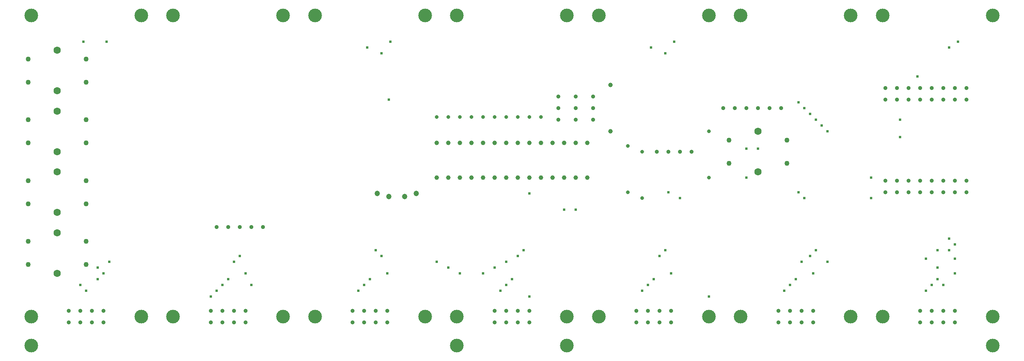
<source format=gbr>
G04 DesignSpark PCB Gerber Version 11.0 Build 5877*
G04 #@! TF.Part,Single*
G04 #@! TF.FilePolarity,Positive*
%FSLAX35Y35*%
%MOIN*%
G04 #@! TA.AperFunction,ViaDrill*
%ADD86C,0.02400*%
G04 #@! TA.AperFunction,ComponentDrill*
%ADD91C,0.03200*%
%ADD89C,0.03500*%
%ADD90C,0.03900*%
%ADD94C,0.03937*%
%ADD92C,0.04331*%
%ADD93C,0.04724*%
G04 #@! TA.AperFunction,MechanicalDrill*
%ADD88C,0.06299*%
%ADD87C,0.11811*%
G04 #@! TD.AperFunction*
X0Y0D02*
D02*
D86*
X60600Y70600D03*
X63100Y280600D03*
X65600Y65600D03*
X75600Y75600D03*
Y85600D03*
X80600Y80600D03*
X83100Y280600D03*
X85600Y90600D03*
X173100Y60600D03*
X178100Y65600D03*
D03*
X183100Y70600D03*
X188100Y75600D03*
X193100Y90600D03*
X198100Y95600D03*
X203100Y80600D03*
X208100Y70600D03*
X300600Y65600D03*
X305600Y70600D03*
X308100Y275600D03*
X310600Y75600D03*
X315600Y100600D03*
X320600Y95600D03*
Y270600D03*
X325600Y80600D03*
X326850Y230600D03*
X328100Y280600D03*
X368100Y90600D03*
X378100Y85600D03*
X388100Y80600D03*
X408100D03*
X418100Y85600D03*
X423100Y65600D03*
X428100Y70600D03*
Y90600D03*
X433100Y75600D03*
X438100Y95600D03*
X443100Y100600D03*
X448100Y60600D03*
Y149350D03*
X478100Y135600D03*
X488100D03*
X545600Y65600D03*
X550600Y70600D03*
X553100Y275600D03*
X555600Y75600D03*
X560600Y95600D03*
X565600Y100600D03*
Y270600D03*
X568100Y150600D03*
X570600Y80600D03*
X573100Y280600D03*
X578100Y145600D03*
X603100Y60600D03*
X635600Y163100D03*
Y188100D03*
X645600D03*
X668100Y65600D03*
X673100Y70600D03*
X678100Y75600D03*
X680600Y150600D03*
Y228100D03*
X683100Y90600D03*
X685600Y145600D03*
Y223100D03*
X690600Y95600D03*
Y218100D03*
X693100Y80600D03*
X695600Y100600D03*
Y213100D03*
X700600Y208100D03*
X705600Y90600D03*
Y203100D03*
X743100Y145600D03*
Y163100D03*
X768100Y198100D03*
Y213100D03*
X783100Y250600D03*
X790600Y65600D03*
Y93100D03*
X795600Y70600D03*
X800600Y75600D03*
Y85600D03*
Y100600D03*
X805600Y70600D03*
X810600Y100600D03*
Y110600D03*
Y275600D03*
X815600Y80600D03*
Y93100D03*
Y105600D03*
X818100Y280600D03*
D02*
D87*
X18100Y18100D03*
Y43100D03*
Y303100D03*
X113100Y43100D03*
Y303100D03*
X140600Y43100D03*
Y303100D03*
X235600Y43100D03*
Y303100D03*
X263100Y43100D03*
Y303100D03*
X358100Y43100D03*
Y303100D03*
X385600Y18100D03*
Y43100D03*
Y303100D03*
X480600Y18100D03*
Y43100D03*
Y303100D03*
X508100Y43100D03*
Y303100D03*
X603100Y43100D03*
Y303100D03*
X630600Y43100D03*
Y303100D03*
X725600Y43100D03*
Y303100D03*
X753100Y43100D03*
Y303100D03*
X848100Y18100D03*
Y43100D03*
Y303100D03*
D02*
D88*
X40600Y80600D03*
Y115600D03*
Y133100D03*
Y168100D03*
Y185600D03*
Y220600D03*
Y238100D03*
Y273100D03*
X645600Y168100D03*
Y203100D03*
D02*
D89*
X50600Y38100D03*
Y48100D03*
X60600Y38100D03*
Y48100D03*
X70600Y38100D03*
Y48100D03*
X80600Y38100D03*
Y48100D03*
X173100Y38100D03*
Y48100D03*
X178100Y120600D03*
X183100Y38100D03*
Y48100D03*
X188100Y120600D03*
X193100Y38100D03*
Y48100D03*
X198100Y120600D03*
X203100Y38100D03*
Y48100D03*
X208100Y120600D03*
X218100D03*
X295600Y38100D03*
Y48100D03*
X305600Y38100D03*
Y48100D03*
X315600Y38100D03*
Y48100D03*
X325600Y38100D03*
Y48100D03*
X418100Y38100D03*
Y48100D03*
X428100Y38100D03*
Y48100D03*
X438100Y38100D03*
Y48100D03*
X448100Y38100D03*
Y48100D03*
X473100Y213100D03*
Y223100D03*
Y233100D03*
X488100Y213100D03*
Y223100D03*
Y233100D03*
X503100Y213100D03*
Y223100D03*
Y233100D03*
X540600Y38100D03*
Y48100D03*
X550600Y38100D03*
Y48100D03*
X558100Y185600D03*
X560600Y38100D03*
Y48100D03*
X568100Y185600D03*
X570600Y38100D03*
Y48100D03*
X578100Y185600D03*
X588100D03*
X615600Y223100D03*
X625600D03*
X635600D03*
X645600D03*
X655600D03*
X663100Y38100D03*
Y48100D03*
X665600Y223100D03*
X673100Y38100D03*
Y48100D03*
X683100Y38100D03*
Y48100D03*
X693100Y38100D03*
Y48100D03*
X755600Y150600D03*
Y160600D03*
Y230600D03*
Y240600D03*
X765600Y150600D03*
Y160600D03*
Y230600D03*
Y240600D03*
X775600Y150600D03*
Y160600D03*
Y230600D03*
Y240600D03*
X785600Y38100D03*
Y48100D03*
Y150600D03*
Y160600D03*
Y230600D03*
Y240600D03*
X795600Y38100D03*
Y48100D03*
Y150600D03*
Y160600D03*
Y230600D03*
Y240600D03*
X805600Y38100D03*
Y48100D03*
Y150600D03*
Y160600D03*
Y230600D03*
Y240600D03*
X815600Y38100D03*
Y48100D03*
Y150600D03*
Y160600D03*
Y230600D03*
Y240600D03*
X825600Y150600D03*
Y160600D03*
Y230600D03*
Y240600D03*
D02*
D90*
X368100Y163100D03*
Y193100D03*
X378100Y163100D03*
Y193100D03*
X388100Y163100D03*
Y193100D03*
X398100Y163100D03*
Y193100D03*
X408100Y163100D03*
Y193100D03*
X418100Y163100D03*
Y193100D03*
X428100Y163100D03*
Y193100D03*
X438100Y163100D03*
Y193100D03*
X448100Y163100D03*
Y193100D03*
X458100Y163100D03*
Y193100D03*
X468100Y163100D03*
Y193100D03*
X478100Y163100D03*
Y193100D03*
X488100Y163100D03*
Y193100D03*
X498100Y163100D03*
Y193100D03*
D02*
D91*
X368100Y215600D03*
X378100D03*
X388100D03*
X398100D03*
X408100D03*
X418100D03*
X428100D03*
X438100D03*
X448100D03*
X458100D03*
X533100Y150600D03*
Y190600D03*
X545600Y145600D03*
Y185600D03*
X603100Y163100D03*
Y203100D03*
D02*
D92*
X15600Y88100D03*
Y108100D03*
Y140600D03*
Y160600D03*
Y193100D03*
Y213100D03*
Y245600D03*
Y265600D03*
X65600Y88100D03*
Y108100D03*
Y140600D03*
Y160600D03*
Y193100D03*
Y213100D03*
Y245600D03*
Y265600D03*
X620600Y175600D03*
Y195600D03*
X670600Y175600D03*
Y195600D03*
D02*
D93*
X316850Y149350D03*
X326850Y146850D03*
X340600D03*
X350600Y149350D03*
D02*
D94*
X518100Y203100D03*
Y243100D03*
X0Y0D02*
M02*

</source>
